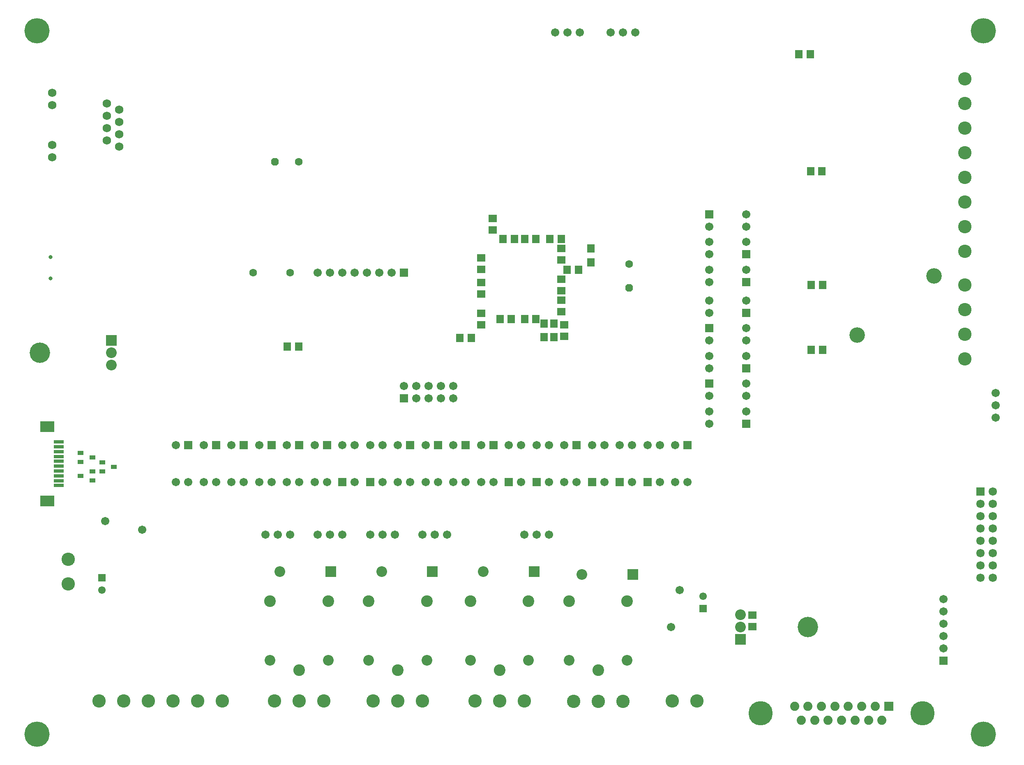
<source format=gbs>
%FSAX44Y44*%
%MOMM*%
G71*
G01*
G75*
G04 Layer_Color=16711935*
%ADD10R,0.8000X0.8000*%
%ADD11R,1.3500X1.5000*%
%ADD12R,0.7000X1.0000*%
%ADD13R,1.0000X0.7000*%
%ADD14R,3.8100X2.0300*%
%ADD15R,8.8900X11.4300*%
%ADD16R,1.5000X1.3500*%
%ADD17O,1.6500X0.3000*%
%ADD18O,0.3000X1.6500*%
G04:AMPARAMS|DCode=19|XSize=1mm|YSize=1.85mm|CornerRadius=0.5mm|HoleSize=0mm|Usage=FLASHONLY|Rotation=0.000|XOffset=0mm|YOffset=0mm|HoleType=Round|Shape=RoundedRectangle|*
%AMROUNDEDRECTD19*
21,1,1.0000,0.8500,0,0,0.0*
21,1,0.0000,1.8500,0,0,0.0*
1,1,1.0000,0.0000,-0.4250*
1,1,1.0000,0.0000,-0.4250*
1,1,1.0000,0.0000,0.4250*
1,1,1.0000,0.0000,0.4250*
%
%ADD19ROUNDEDRECTD19*%
%ADD20R,1.4500X1.3500*%
%ADD21R,2.6000X1.5000*%
%ADD22R,2.6000X4.1000*%
%ADD23R,2.5000X2.0000*%
%ADD24R,1.3500X1.4500*%
%ADD25R,2.0000X2.5000*%
%ADD26R,1.5000X3.2000*%
%ADD27R,3.2000X1.5000*%
%ADD28R,0.8000X0.8000*%
%ADD29O,2.2000X0.6000*%
%ADD30R,3.2000X1.2000*%
%ADD31R,5.3000X1.7000*%
%ADD32O,1.9000X0.4100*%
%ADD33R,2.6000X1.3500*%
%ADD34R,1.3500X2.6000*%
%ADD35R,1.0000X0.6000*%
%ADD36R,1.0500X0.6000*%
%ADD37R,2.0000X1.5000*%
G04:AMPARAMS|DCode=38|XSize=1mm|YSize=1.85mm|CornerRadius=0.5mm|HoleSize=0mm|Usage=FLASHONLY|Rotation=90.000|XOffset=0mm|YOffset=0mm|HoleType=Round|Shape=RoundedRectangle|*
%AMROUNDEDRECTD38*
21,1,1.0000,0.8500,0,0,90.0*
21,1,0.0000,1.8500,0,0,90.0*
1,1,1.0000,0.4250,0.0000*
1,1,1.0000,0.4250,0.0000*
1,1,1.0000,-0.4250,0.0000*
1,1,1.0000,-0.4250,0.0000*
%
%ADD38ROUNDEDRECTD38*%
%ADD39R,10.0000X8.0000*%
%ADD40P,1.8385X4X270.0*%
%ADD41R,1.5000X2.6000*%
%ADD42O,0.6000X2.2000*%
%ADD43R,2.1000X2.3000*%
%ADD44R,2.0000X0.7000*%
%ADD45R,2.1000X2.9900*%
%ADD46O,2.1500X0.9000*%
%ADD47R,4.1000X2.6000*%
%ADD48R,0.9500X0.9000*%
%ADD49R,0.9500X0.9000*%
%ADD50R,2.5000X2.5000*%
%ADD51O,0.7500X0.2000*%
%ADD52O,0.2000X0.7500*%
%ADD53R,2.9900X2.1000*%
%ADD54R,2.3000X0.5000*%
%ADD55O,1.9000X0.6000*%
%ADD56C,0.2540*%
%ADD57C,1.0000*%
%ADD58C,4.0000*%
%ADD59C,0.3840*%
%ADD60C,1.5000*%
%ADD61C,0.9000*%
%ADD62C,2.0000*%
%ADD63C,0.8000*%
%ADD64C,0.5000*%
%ADD65C,0.3810*%
%ADD66C,0.5240*%
%ADD67C,0.5080*%
%ADD68R,2.0320X2.1590*%
%ADD69R,3.5560X1.2700*%
%ADD70R,3.3020X1.2700*%
%ADD71R,3.3020X1.3970*%
%ADD72R,1.2700X1.2700*%
%ADD73R,1.9050X1.2946*%
%ADD74R,2.0320X2.0320*%
%ADD75R,1.1569X2.0320*%
%ADD76R,2.5400X1.2700*%
%ADD77R,2.1590X2.1590*%
%ADD78R,0.8890X0.5080*%
%ADD79R,0.8890X1.1430*%
%ADD80R,11.4300X23.4950*%
%ADD81R,11.4300X23.3680*%
%ADD82R,9.9060X12.1920*%
%ADD83R,0.8890X0.6350*%
%ADD84R,6.6040X3.9370*%
%ADD85R,3.5560X6.4770*%
%ADD86R,2.7940X2.2860*%
%ADD87R,12.4460X15.2400*%
%ADD88R,2.2860X2.2860*%
%ADD89R,3.8100X1.5240*%
%ADD90R,2.2860X11.1760*%
%ADD91R,1.2700X2.2860*%
%ADD92C,5.0000*%
%ADD93R,1.5000X1.5000*%
%ADD94C,1.5000*%
%ADD95C,4.8000*%
%ADD96C,1.6900*%
%ADD97R,1.6900X1.6900*%
%ADD98R,1.5000X1.5000*%
%ADD99P,1.5154X8X112.5*%
%ADD100C,1.4000*%
%ADD101R,1.3500X1.3500*%
%ADD102C,1.3500*%
%ADD103C,2.5400*%
%ADD104P,1.5154X8X22.5*%
%ADD105R,1.5200X1.5200*%
%ADD106C,1.5200*%
%ADD107R,2.0000X2.0000*%
%ADD108C,2.0000*%
%ADD109C,2.2000*%
%ADD110R,2.0000X2.0000*%
%ADD111C,1.5240*%
%ADD112C,0.6000*%
%ADD113C,0.8000*%
%ADD114C,3.0000*%
%ADD115C,2.5000*%
%ADD116C,4.2500*%
%ADD117C,4.0000*%
%ADD118R,2.8000X2.1000*%
%ADD119R,1.9000X0.6000*%
%ADD120R,1.0160X1.2700*%
%ADD121R,1.2805X1.2700*%
%ADD122R,12.7000X12.7000*%
%ADD123R,1.3970X2.0320*%
%ADD124R,2.4130X2.5400*%
%ADD125R,5.5880X2.0320*%
%ADD126C,0.0127*%
%ADD127C,0.2500*%
%ADD128C,0.6000*%
%ADD129C,0.2000*%
%ADD130C,0.1270*%
%ADD131C,0.1000*%
%ADD132C,0.1500*%
%ADD133R,2.7940X0.3810*%
%ADD134R,0.5500X3.9000*%
%ADD135R,2.5400X0.2540*%
%ADD136R,0.2540X2.5400*%
%ADD137R,0.3810X2.7940*%
%ADD138R,0.8000X2.8000*%
%ADD139R,3.9000X0.5500*%
%ADD140R,10.7950X10.7950*%
%ADD141R,1.0032X1.0032*%
%ADD142R,1.5532X1.7032*%
%ADD143R,0.9032X1.2032*%
%ADD144R,1.2032X0.9032*%
%ADD145R,4.0132X2.2332*%
%ADD146R,9.0932X11.6332*%
%ADD147R,1.7032X1.5532*%
%ADD148O,1.8532X0.5032*%
%ADD149O,0.5032X1.8532*%
G04:AMPARAMS|DCode=150|XSize=1.2032mm|YSize=2.0532mm|CornerRadius=0.6016mm|HoleSize=0mm|Usage=FLASHONLY|Rotation=0.000|XOffset=0mm|YOffset=0mm|HoleType=Round|Shape=RoundedRectangle|*
%AMROUNDEDRECTD150*
21,1,1.2032,0.8500,0,0,0.0*
21,1,0.0000,2.0532,0,0,0.0*
1,1,1.2032,0.0000,-0.4250*
1,1,1.2032,0.0000,-0.4250*
1,1,1.2032,0.0000,0.4250*
1,1,1.2032,0.0000,0.4250*
%
%ADD150ROUNDEDRECTD150*%
%ADD151R,1.6532X1.5532*%
%ADD152R,2.8032X1.7032*%
%ADD153R,2.8032X4.3032*%
%ADD154R,2.7032X2.2032*%
%ADD155R,1.5532X1.6532*%
%ADD156R,2.2032X2.7032*%
%ADD157R,1.7032X3.4032*%
%ADD158R,3.4032X1.7032*%
%ADD159R,1.0032X1.0032*%
%ADD160O,2.4032X0.8032*%
%ADD161R,3.4032X1.4032*%
%ADD162R,5.5032X1.9032*%
%ADD163O,2.1032X0.6132*%
%ADD164R,2.8032X1.5532*%
%ADD165R,1.5532X2.8032*%
%ADD166R,1.2032X0.8032*%
%ADD167R,1.2532X0.8032*%
%ADD168R,2.2032X1.7032*%
G04:AMPARAMS|DCode=169|XSize=1.2032mm|YSize=2.0532mm|CornerRadius=0.6016mm|HoleSize=0mm|Usage=FLASHONLY|Rotation=90.000|XOffset=0mm|YOffset=0mm|HoleType=Round|Shape=RoundedRectangle|*
%AMROUNDEDRECTD169*
21,1,1.2032,0.8500,0,0,90.0*
21,1,0.0000,2.0532,0,0,90.0*
1,1,1.2032,0.4250,0.0000*
1,1,1.2032,0.4250,0.0000*
1,1,1.2032,-0.4250,0.0000*
1,1,1.2032,-0.4250,0.0000*
%
%ADD169ROUNDEDRECTD169*%
%ADD170R,10.2032X8.2032*%
%ADD171P,2.1258X4X270.0*%
%ADD172R,1.7032X2.8032*%
%ADD173O,0.8032X2.4032*%
%ADD174R,2.3032X2.5032*%
%ADD175R,2.2032X0.9032*%
%ADD176R,2.3032X3.1932*%
%ADD177O,2.3532X1.1032*%
%ADD178R,4.3032X2.8032*%
%ADD179R,1.1532X1.1032*%
%ADD180R,1.1532X1.1032*%
%ADD181R,2.7032X2.7032*%
%ADD182O,0.9532X0.4032*%
%ADD183O,0.4032X0.9532*%
%ADD184R,3.1932X2.3032*%
%ADD185R,2.5032X0.7032*%
%ADD186O,2.1032X0.8032*%
%ADD187C,5.2032*%
%ADD188R,1.7032X1.7032*%
%ADD189C,1.7032*%
%ADD190C,5.0032*%
%ADD191C,1.8932*%
%ADD192R,1.8932X1.8932*%
%ADD193R,1.7032X1.7032*%
%ADD194P,1.7353X8X112.5*%
%ADD195C,1.6032*%
%ADD196R,1.5532X1.5532*%
%ADD197C,1.5532*%
%ADD198C,2.7432*%
%ADD199P,1.7353X8X22.5*%
%ADD200R,1.7232X1.7232*%
%ADD201C,1.7232*%
%ADD202R,2.2032X2.2032*%
%ADD203C,2.2032*%
%ADD204C,2.4032*%
%ADD205R,2.2032X2.2032*%
%ADD206C,1.7272*%
%ADD207C,0.8032*%
%ADD208C,3.2032*%
%ADD209C,4.2032*%
%ADD210R,3.0032X2.3032*%
%ADD211R,2.1032X0.8032*%
D142*
X01469900Y01171900D02*
D03*
Y01143400D02*
D03*
X01565910Y01326160D02*
D03*
Y01297660D02*
D03*
X01489900Y01171900D02*
D03*
Y01143400D02*
D03*
D144*
X00515050Y00857250D02*
D03*
X00539050Y00847750D02*
D03*
Y00866750D02*
D03*
Y00895350D02*
D03*
X00515050Y00904850D02*
D03*
Y00885850D02*
D03*
X00583500Y00876300D02*
D03*
X00559500Y00885800D02*
D03*
Y00866800D02*
D03*
D151*
X01339850Y01169350D02*
D03*
Y01192850D02*
D03*
X01511300Y01168720D02*
D03*
Y01145220D02*
D03*
X01504950Y01196020D02*
D03*
Y01219520D02*
D03*
Y01262700D02*
D03*
Y01239200D02*
D03*
Y01302700D02*
D03*
Y01326200D02*
D03*
X01339850Y01283650D02*
D03*
Y01307150D02*
D03*
X01363980Y01364930D02*
D03*
Y01388430D02*
D03*
X01898650Y00570550D02*
D03*
Y00547050D02*
D03*
X01339850Y01256350D02*
D03*
Y01232850D02*
D03*
D155*
X01994850Y01727200D02*
D03*
X02018350D02*
D03*
X02018980Y01485900D02*
D03*
X02042480D02*
D03*
X02020250Y01250950D02*
D03*
X02043750D02*
D03*
X02020250Y01117600D02*
D03*
X02043750D02*
D03*
X01319850Y01141730D02*
D03*
X01296350D02*
D03*
X01402400Y01181100D02*
D03*
X01378900D02*
D03*
X01453200D02*
D03*
X01429700D02*
D03*
X01540830Y01282700D02*
D03*
X01517330D02*
D03*
X00940750Y01123950D02*
D03*
X00964250D02*
D03*
X01385250Y01346200D02*
D03*
X01408750D02*
D03*
X01429700D02*
D03*
X01453200D02*
D03*
X01481770D02*
D03*
X01505270D02*
D03*
D187*
X02375000Y00325000D02*
D03*
X00425000D02*
D03*
X02375000Y01775000D02*
D03*
X00425000D02*
D03*
D188*
X02292350Y00476250D02*
D03*
X01765300Y00920750D02*
D03*
X01682750Y00844550D02*
D03*
X01625600D02*
D03*
X01568450D02*
D03*
X01022350Y00920750D02*
D03*
X01111250Y00844550D02*
D03*
X01454150D02*
D03*
X01397000D02*
D03*
X01536700Y00920750D02*
D03*
X01365242D02*
D03*
X00965192D02*
D03*
X01250942D02*
D03*
X01054092Y00844550D02*
D03*
X01193792Y00920750D02*
D03*
X00736600D02*
D03*
X00793750D02*
D03*
X00908050D02*
D03*
X00850900D02*
D03*
X01308092D02*
D03*
D189*
X02292350Y00501650D02*
D03*
Y00527050D02*
D03*
Y00552450D02*
D03*
Y00577850D02*
D03*
Y00603250D02*
D03*
X01809750Y01104900D02*
D03*
Y01079500D02*
D03*
X01885950Y01104900D02*
D03*
X01739900Y00920750D02*
D03*
X01765300Y00844550D02*
D03*
X01739900D02*
D03*
X01708150D02*
D03*
X01682750Y00920750D02*
D03*
X01708150D02*
D03*
X01651000D02*
D03*
X01625600D02*
D03*
X01651000Y00844550D02*
D03*
X01593850Y00920750D02*
D03*
X01568450D02*
D03*
X01593850Y00844550D02*
D03*
X00996950D02*
D03*
X01022350D02*
D03*
X00996950Y00920750D02*
D03*
X01003300Y00736600D02*
D03*
X01028700D02*
D03*
X01054100D02*
D03*
X01809750Y01022350D02*
D03*
X01885950Y01047750D02*
D03*
Y01022350D02*
D03*
X00565150Y00764540D02*
D03*
X00641350Y00746760D02*
D03*
X01731010Y00546100D02*
D03*
X01748790Y00622300D02*
D03*
X01606550Y01771650D02*
D03*
X01631950D02*
D03*
X01657350D02*
D03*
X01492250D02*
D03*
X01517650D02*
D03*
X01543050D02*
D03*
X00946150Y00736600D02*
D03*
X00920750D02*
D03*
X00895350D02*
D03*
X01162050D02*
D03*
X01136650D02*
D03*
X01111250D02*
D03*
X02400300Y01028700D02*
D03*
Y01003300D02*
D03*
Y00977900D02*
D03*
X01003300Y01276350D02*
D03*
X01028700D02*
D03*
X01054100D02*
D03*
X01079500D02*
D03*
X01104900D02*
D03*
X01130300D02*
D03*
X01155700D02*
D03*
X01479550Y00736600D02*
D03*
X01454150D02*
D03*
X01428750D02*
D03*
X01270000D02*
D03*
X01244600D02*
D03*
X01219200D02*
D03*
X01136650Y00844550D02*
D03*
X01111250Y00920750D02*
D03*
X01136650D02*
D03*
X01479550D02*
D03*
X01454150D02*
D03*
X01479550Y00844550D02*
D03*
X01422400D02*
D03*
X01397000Y00920750D02*
D03*
X01422400D02*
D03*
X01809750Y00990600D02*
D03*
Y00965200D02*
D03*
X01885950Y00990600D02*
D03*
X01511300Y00920750D02*
D03*
X01536700Y00844550D02*
D03*
X01511300D02*
D03*
X01885950Y01136650D02*
D03*
Y01162050D02*
D03*
X01809750Y01136650D02*
D03*
X01885950Y01219200D02*
D03*
X01809750Y01193800D02*
D03*
Y01219200D02*
D03*
X01339842Y00844550D02*
D03*
X01365242D02*
D03*
X01339842Y00920750D02*
D03*
X00939792D02*
D03*
X00965192Y00844550D02*
D03*
X00939792D02*
D03*
X01225542D02*
D03*
X01250942D02*
D03*
X01225542Y00920750D02*
D03*
X01079492Y00844550D02*
D03*
X01054092Y00920750D02*
D03*
X01079492D02*
D03*
X01168392Y00844550D02*
D03*
X01193792D02*
D03*
X01168392Y00920750D02*
D03*
X01885950Y01282700D02*
D03*
X01809750Y01257300D02*
D03*
Y01282700D02*
D03*
X01885950Y01371600D02*
D03*
Y01397000D02*
D03*
X01809750Y01371600D02*
D03*
X01885950Y01339850D02*
D03*
X01809750Y01314450D02*
D03*
Y01339850D02*
D03*
X00711200Y00844550D02*
D03*
X00736600D02*
D03*
X00711200Y00920750D02*
D03*
X00768350D02*
D03*
X00793750Y00844550D02*
D03*
X00768350D02*
D03*
X00882650D02*
D03*
X00908050D02*
D03*
X00882650Y00920750D02*
D03*
X00825500D02*
D03*
X00850900Y00844550D02*
D03*
X00825500D02*
D03*
X01282692D02*
D03*
X01308092D02*
D03*
X01282692Y00920750D02*
D03*
X01181100Y01042670D02*
D03*
X01206500Y01017270D02*
D03*
Y01042670D02*
D03*
X01231900Y01017270D02*
D03*
Y01042670D02*
D03*
X01257300Y01017270D02*
D03*
Y01042670D02*
D03*
X01282700Y01017270D02*
D03*
Y01042670D02*
D03*
D190*
X01916200Y00368050D02*
D03*
X02249400D02*
D03*
D191*
X01985850Y00382250D02*
D03*
X01999700Y00353850D02*
D03*
X02013550Y00382250D02*
D03*
X02027400Y00353850D02*
D03*
X02041250Y00382250D02*
D03*
X02055100Y00353850D02*
D03*
X02068950Y00382250D02*
D03*
X02082800Y00353850D02*
D03*
X02096650Y00382250D02*
D03*
X02110500Y00353850D02*
D03*
X02124350Y00382250D02*
D03*
X02138200Y00353850D02*
D03*
X02152050Y00382250D02*
D03*
X02165900Y00353850D02*
D03*
D192*
X02179750Y00382250D02*
D03*
D193*
X01885950Y01079500D02*
D03*
X01809750Y01047750D02*
D03*
X01181100Y01276350D02*
D03*
X01885950Y00965200D02*
D03*
X01809750Y01162050D02*
D03*
X01885950Y01193800D02*
D03*
Y01257300D02*
D03*
X01809750Y01397000D02*
D03*
X01885950Y01314450D02*
D03*
X01181100Y01017270D02*
D03*
D194*
X01644650Y01245600D02*
D03*
D195*
Y01294400D02*
D03*
X00964200Y01504950D02*
D03*
X00869950Y01276350D02*
D03*
X00946150D02*
D03*
D196*
X00558800Y00647500D02*
D03*
X01797050Y00584400D02*
D03*
D197*
X00558800Y00622500D02*
D03*
X01797050Y00609400D02*
D03*
D198*
X01733550Y00393700D02*
D03*
X01784350D02*
D03*
X02336800Y01098550D02*
D03*
Y01200150D02*
D03*
Y01149350D02*
D03*
Y01250950D02*
D03*
Y01574800D02*
D03*
Y01524000D02*
D03*
Y01473200D02*
D03*
Y01371600D02*
D03*
Y01422400D02*
D03*
Y01320800D02*
D03*
Y01625600D02*
D03*
Y01676400D02*
D03*
X01117600Y00393700D02*
D03*
X01219200D02*
D03*
X01168400D02*
D03*
X00914400D02*
D03*
X01016000D02*
D03*
X00965200D02*
D03*
X00488950Y00685800D02*
D03*
Y00635000D02*
D03*
X00806450Y00393700D02*
D03*
X00755650D02*
D03*
X00704850D02*
D03*
X00603250D02*
D03*
X00654050D02*
D03*
X00552450D02*
D03*
X01530350Y00392430D02*
D03*
X01631950D02*
D03*
X01581150D02*
D03*
X01377950Y00393700D02*
D03*
X01428750D02*
D03*
X01327150D02*
D03*
D199*
X00915400Y01504950D02*
D03*
D200*
X02368550Y00825500D02*
D03*
D201*
X02393950D02*
D03*
Y00800100D02*
D03*
X02368550D02*
D03*
Y00749300D02*
D03*
X02393950D02*
D03*
Y00774700D02*
D03*
X02368550D02*
D03*
Y00673100D02*
D03*
X02393950D02*
D03*
Y00647700D02*
D03*
X02368550D02*
D03*
Y00698500D02*
D03*
X02393950D02*
D03*
Y00723900D02*
D03*
X02368550D02*
D03*
D202*
X01030200Y00660400D02*
D03*
X01239750D02*
D03*
X01449300D02*
D03*
X01652500Y00654050D02*
D03*
D203*
X00925600Y00660400D02*
D03*
X01135150D02*
D03*
X01344700D02*
D03*
X01521150Y00477200D02*
D03*
X01641150D02*
D03*
X00905200D02*
D03*
X01025200D02*
D03*
X01108400D02*
D03*
X01228400D02*
D03*
X01437950D02*
D03*
X01317950D02*
D03*
X01547900Y00654050D02*
D03*
X00577850Y01085850D02*
D03*
Y01111250D02*
D03*
X01874520Y00571500D02*
D03*
Y00546100D02*
D03*
D204*
X01581150Y00457200D02*
D03*
X01521150Y00599200D02*
D03*
X01641150D02*
D03*
X00965200Y00457200D02*
D03*
X00905200Y00599200D02*
D03*
X01025200D02*
D03*
X01168400Y00457200D02*
D03*
X01108400Y00599200D02*
D03*
X01228400D02*
D03*
X01437950D02*
D03*
X01317950D02*
D03*
X01377950Y00457200D02*
D03*
D205*
X00577850Y01136650D02*
D03*
X01874520Y00520700D02*
D03*
D206*
X00456460Y01647400D02*
D03*
Y01622000D02*
D03*
Y01514800D02*
D03*
Y01540200D02*
D03*
X00594360Y01612900D02*
D03*
Y01587500D02*
D03*
Y01562100D02*
D03*
Y01536700D02*
D03*
X00568960Y01549400D02*
D03*
Y01574800D02*
D03*
Y01600200D02*
D03*
Y01625600D02*
D03*
D207*
X00452550Y01308510D02*
D03*
Y01264511D02*
D03*
D208*
X02114550Y01148080D02*
D03*
X02273300Y01270000D02*
D03*
D209*
X00430530Y01111250D02*
D03*
X02012950Y00546100D02*
D03*
D210*
X00446400Y00959150D02*
D03*
Y00806150D02*
D03*
D211*
X00469900Y00837650D02*
D03*
Y00847650D02*
D03*
Y00857650D02*
D03*
Y00867650D02*
D03*
Y00877650D02*
D03*
Y00887650D02*
D03*
Y00897650D02*
D03*
Y00907650D02*
D03*
Y00917650D02*
D03*
Y00927650D02*
D03*
M02*

</source>
